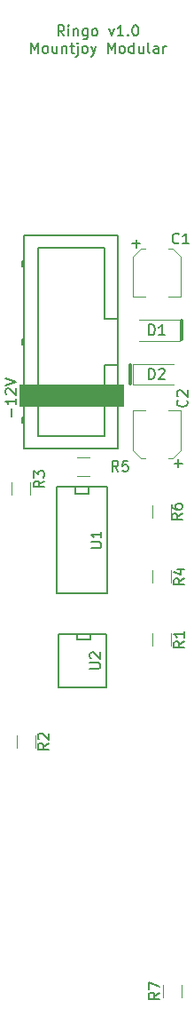
<source format=gbr>
G04 #@! TF.GenerationSoftware,KiCad,Pcbnew,(5.1.5)-3*
G04 #@! TF.CreationDate,2020-05-13T21:41:15+01:00*
G04 #@! TF.ProjectId,Ringo,52696e67-6f2e-46b6-9963-61645f706362,rev?*
G04 #@! TF.SameCoordinates,Original*
G04 #@! TF.FileFunction,Legend,Top*
G04 #@! TF.FilePolarity,Positive*
%FSLAX46Y46*%
G04 Gerber Fmt 4.6, Leading zero omitted, Abs format (unit mm)*
G04 Created by KiCad (PCBNEW (5.1.5)-3) date 2020-05-13 21:41:15*
%MOMM*%
%LPD*%
G04 APERTURE LIST*
%ADD10C,0.150000*%
%ADD11C,0.300000*%
%ADD12C,0.120000*%
%ADD13C,0.100000*%
G04 APERTURE END LIST*
D10*
X142161904Y-39427380D02*
X141828571Y-38951190D01*
X141590476Y-39427380D02*
X141590476Y-38427380D01*
X141971428Y-38427380D01*
X142066666Y-38475000D01*
X142114285Y-38522619D01*
X142161904Y-38617857D01*
X142161904Y-38760714D01*
X142114285Y-38855952D01*
X142066666Y-38903571D01*
X141971428Y-38951190D01*
X141590476Y-38951190D01*
X142590476Y-39427380D02*
X142590476Y-38760714D01*
X142590476Y-38427380D02*
X142542857Y-38475000D01*
X142590476Y-38522619D01*
X142638095Y-38475000D01*
X142590476Y-38427380D01*
X142590476Y-38522619D01*
X143066666Y-38760714D02*
X143066666Y-39427380D01*
X143066666Y-38855952D02*
X143114285Y-38808333D01*
X143209523Y-38760714D01*
X143352380Y-38760714D01*
X143447619Y-38808333D01*
X143495238Y-38903571D01*
X143495238Y-39427380D01*
X144400000Y-38760714D02*
X144400000Y-39570238D01*
X144352380Y-39665476D01*
X144304761Y-39713095D01*
X144209523Y-39760714D01*
X144066666Y-39760714D01*
X143971428Y-39713095D01*
X144400000Y-39379761D02*
X144304761Y-39427380D01*
X144114285Y-39427380D01*
X144019047Y-39379761D01*
X143971428Y-39332142D01*
X143923809Y-39236904D01*
X143923809Y-38951190D01*
X143971428Y-38855952D01*
X144019047Y-38808333D01*
X144114285Y-38760714D01*
X144304761Y-38760714D01*
X144400000Y-38808333D01*
X145019047Y-39427380D02*
X144923809Y-39379761D01*
X144876190Y-39332142D01*
X144828571Y-39236904D01*
X144828571Y-38951190D01*
X144876190Y-38855952D01*
X144923809Y-38808333D01*
X145019047Y-38760714D01*
X145161904Y-38760714D01*
X145257142Y-38808333D01*
X145304761Y-38855952D01*
X145352380Y-38951190D01*
X145352380Y-39236904D01*
X145304761Y-39332142D01*
X145257142Y-39379761D01*
X145161904Y-39427380D01*
X145019047Y-39427380D01*
X146447619Y-38760714D02*
X146685714Y-39427380D01*
X146923809Y-38760714D01*
X147828571Y-39427380D02*
X147257142Y-39427380D01*
X147542857Y-39427380D02*
X147542857Y-38427380D01*
X147447619Y-38570238D01*
X147352380Y-38665476D01*
X147257142Y-38713095D01*
X148257142Y-39332142D02*
X148304761Y-39379761D01*
X148257142Y-39427380D01*
X148209523Y-39379761D01*
X148257142Y-39332142D01*
X148257142Y-39427380D01*
X148923809Y-38427380D02*
X149019047Y-38427380D01*
X149114285Y-38475000D01*
X149161904Y-38522619D01*
X149209523Y-38617857D01*
X149257142Y-38808333D01*
X149257142Y-39046428D01*
X149209523Y-39236904D01*
X149161904Y-39332142D01*
X149114285Y-39379761D01*
X149019047Y-39427380D01*
X148923809Y-39427380D01*
X148828571Y-39379761D01*
X148780952Y-39332142D01*
X148733333Y-39236904D01*
X148685714Y-39046428D01*
X148685714Y-38808333D01*
X148733333Y-38617857D01*
X148780952Y-38522619D01*
X148828571Y-38475000D01*
X148923809Y-38427380D01*
X139019047Y-41077380D02*
X139019047Y-40077380D01*
X139352380Y-40791666D01*
X139685714Y-40077380D01*
X139685714Y-41077380D01*
X140304761Y-41077380D02*
X140209523Y-41029761D01*
X140161904Y-40982142D01*
X140114285Y-40886904D01*
X140114285Y-40601190D01*
X140161904Y-40505952D01*
X140209523Y-40458333D01*
X140304761Y-40410714D01*
X140447619Y-40410714D01*
X140542857Y-40458333D01*
X140590476Y-40505952D01*
X140638095Y-40601190D01*
X140638095Y-40886904D01*
X140590476Y-40982142D01*
X140542857Y-41029761D01*
X140447619Y-41077380D01*
X140304761Y-41077380D01*
X141495238Y-40410714D02*
X141495238Y-41077380D01*
X141066666Y-40410714D02*
X141066666Y-40934523D01*
X141114285Y-41029761D01*
X141209523Y-41077380D01*
X141352380Y-41077380D01*
X141447619Y-41029761D01*
X141495238Y-40982142D01*
X141971428Y-40410714D02*
X141971428Y-41077380D01*
X141971428Y-40505952D02*
X142019047Y-40458333D01*
X142114285Y-40410714D01*
X142257142Y-40410714D01*
X142352380Y-40458333D01*
X142400000Y-40553571D01*
X142400000Y-41077380D01*
X142733333Y-40410714D02*
X143114285Y-40410714D01*
X142876190Y-40077380D02*
X142876190Y-40934523D01*
X142923809Y-41029761D01*
X143019047Y-41077380D01*
X143114285Y-41077380D01*
X143447619Y-40410714D02*
X143447619Y-41267857D01*
X143400000Y-41363095D01*
X143304761Y-41410714D01*
X143257142Y-41410714D01*
X143447619Y-40077380D02*
X143400000Y-40125000D01*
X143447619Y-40172619D01*
X143495238Y-40125000D01*
X143447619Y-40077380D01*
X143447619Y-40172619D01*
X144066666Y-41077380D02*
X143971428Y-41029761D01*
X143923809Y-40982142D01*
X143876190Y-40886904D01*
X143876190Y-40601190D01*
X143923809Y-40505952D01*
X143971428Y-40458333D01*
X144066666Y-40410714D01*
X144209523Y-40410714D01*
X144304761Y-40458333D01*
X144352380Y-40505952D01*
X144400000Y-40601190D01*
X144400000Y-40886904D01*
X144352380Y-40982142D01*
X144304761Y-41029761D01*
X144209523Y-41077380D01*
X144066666Y-41077380D01*
X144733333Y-40410714D02*
X144971428Y-41077380D01*
X145209523Y-40410714D02*
X144971428Y-41077380D01*
X144876190Y-41315476D01*
X144828571Y-41363095D01*
X144733333Y-41410714D01*
X146352380Y-41077380D02*
X146352380Y-40077380D01*
X146685714Y-40791666D01*
X147019047Y-40077380D01*
X147019047Y-41077380D01*
X147638095Y-41077380D02*
X147542857Y-41029761D01*
X147495238Y-40982142D01*
X147447619Y-40886904D01*
X147447619Y-40601190D01*
X147495238Y-40505952D01*
X147542857Y-40458333D01*
X147638095Y-40410714D01*
X147780952Y-40410714D01*
X147876190Y-40458333D01*
X147923809Y-40505952D01*
X147971428Y-40601190D01*
X147971428Y-40886904D01*
X147923809Y-40982142D01*
X147876190Y-41029761D01*
X147780952Y-41077380D01*
X147638095Y-41077380D01*
X148828571Y-41077380D02*
X148828571Y-40077380D01*
X148828571Y-41029761D02*
X148733333Y-41077380D01*
X148542857Y-41077380D01*
X148447619Y-41029761D01*
X148400000Y-40982142D01*
X148352380Y-40886904D01*
X148352380Y-40601190D01*
X148400000Y-40505952D01*
X148447619Y-40458333D01*
X148542857Y-40410714D01*
X148733333Y-40410714D01*
X148828571Y-40458333D01*
X149733333Y-40410714D02*
X149733333Y-41077380D01*
X149304761Y-40410714D02*
X149304761Y-40934523D01*
X149352380Y-41029761D01*
X149447619Y-41077380D01*
X149590476Y-41077380D01*
X149685714Y-41029761D01*
X149733333Y-40982142D01*
X150352380Y-41077380D02*
X150257142Y-41029761D01*
X150209523Y-40934523D01*
X150209523Y-40077380D01*
X151161904Y-41077380D02*
X151161904Y-40553571D01*
X151114285Y-40458333D01*
X151019047Y-40410714D01*
X150828571Y-40410714D01*
X150733333Y-40458333D01*
X151161904Y-41029761D02*
X151066666Y-41077380D01*
X150828571Y-41077380D01*
X150733333Y-41029761D01*
X150685714Y-40934523D01*
X150685714Y-40839285D01*
X150733333Y-40744047D01*
X150828571Y-40696428D01*
X151066666Y-40696428D01*
X151161904Y-40648809D01*
X151638095Y-41077380D02*
X151638095Y-40410714D01*
X151638095Y-40601190D02*
X151685714Y-40505952D01*
X151733333Y-40458333D01*
X151828571Y-40410714D01*
X151923809Y-40410714D01*
D11*
X148500000Y-70800000D02*
X148500000Y-72600000D01*
X153400000Y-66600000D02*
X153400000Y-68400000D01*
D10*
X146186000Y-96460000D02*
X146186000Y-101540000D01*
X146186000Y-101540000D02*
X141614000Y-101540000D01*
X141614000Y-101540000D02*
X141614000Y-96460000D01*
X141614000Y-96460000D02*
X146186000Y-96460000D01*
X144662000Y-96460000D02*
X144662000Y-96968000D01*
X144662000Y-96968000D02*
X143392000Y-96968000D01*
X143392000Y-96968000D02*
X143392000Y-96460000D01*
X146286000Y-92580000D02*
X141460000Y-92580000D01*
X141460000Y-92580000D02*
X141460000Y-82420000D01*
X141460000Y-82420000D02*
X146286000Y-82420000D01*
X146286000Y-82420000D02*
X146286000Y-92580000D01*
X144508000Y-82420000D02*
X144508000Y-83055000D01*
X144508000Y-83055000D02*
X143238000Y-83055000D01*
X143238000Y-83055000D02*
X143238000Y-82420000D01*
D12*
X153380000Y-129900000D02*
X153380000Y-131100000D01*
X151620000Y-131100000D02*
X151620000Y-129900000D01*
X152380000Y-84200000D02*
X152380000Y-85400000D01*
X150620000Y-85400000D02*
X150620000Y-84200000D01*
X143400000Y-79620000D02*
X144600000Y-79620000D01*
X144600000Y-81380000D02*
X143400000Y-81380000D01*
X150620000Y-91600000D02*
X150620000Y-90400000D01*
X152380000Y-90400000D02*
X152380000Y-91600000D01*
X137120000Y-83200000D02*
X137120000Y-82000000D01*
X138880000Y-82000000D02*
X138880000Y-83200000D01*
X137620000Y-107300000D02*
X137620000Y-106100000D01*
X139380000Y-106100000D02*
X139380000Y-107300000D01*
X150620000Y-97600000D02*
X150620000Y-96400000D01*
X152380000Y-96400000D02*
X152380000Y-97600000D01*
D13*
G36*
X137900000Y-74700000D02*
G01*
X137900000Y-72700000D01*
X147800000Y-72700000D01*
X147800000Y-74700000D01*
X137900000Y-74700000D01*
G37*
X137900000Y-74700000D02*
X137900000Y-72700000D01*
X147800000Y-72700000D01*
X147800000Y-74700000D01*
X137900000Y-74700000D01*
D10*
X138260000Y-76350000D02*
X138260000Y-75850000D01*
X138160000Y-75850000D02*
X138360000Y-75850000D01*
X138160000Y-76350000D02*
X138160000Y-75850000D01*
X138360000Y-76350000D02*
X138160000Y-76350000D01*
X138260000Y-61390000D02*
X138260000Y-60890000D01*
X138160000Y-60890000D02*
X138360000Y-60890000D01*
X138160000Y-61390000D02*
X138160000Y-60890000D01*
X138360000Y-61390000D02*
X138160000Y-61390000D01*
X138260000Y-68870000D02*
X138260000Y-68370000D01*
X138160000Y-68370000D02*
X138360000Y-68370000D01*
X138160000Y-68870000D02*
X138160000Y-68370000D01*
X138360000Y-68870000D02*
X138160000Y-68870000D01*
X146000000Y-66395000D02*
X147300000Y-66395000D01*
X146000000Y-59670000D02*
X146000000Y-66395000D01*
X139660000Y-59670000D02*
X146000000Y-59670000D01*
X139660000Y-77570000D02*
X139660000Y-59670000D01*
X146000000Y-77570000D02*
X139660000Y-77570000D01*
X146000000Y-70845000D02*
X146000000Y-77570000D01*
X147300000Y-70845000D02*
X146000000Y-70845000D01*
X147300000Y-58470000D02*
X147300000Y-78770000D01*
X138360000Y-58470000D02*
X147300000Y-58470000D01*
X138360000Y-78770000D02*
X138360000Y-58470000D01*
X147300000Y-78770000D02*
X138360000Y-78770000D01*
D12*
X148750000Y-70700000D02*
X148750000Y-72700000D01*
X148750000Y-72700000D02*
X152650000Y-72700000D01*
X148750000Y-70700000D02*
X152650000Y-70700000D01*
X153250000Y-68500000D02*
X153250000Y-66500000D01*
X153250000Y-66500000D02*
X149350000Y-66500000D01*
X153250000Y-68500000D02*
X149350000Y-68500000D01*
X152520000Y-79690000D02*
X152120000Y-79690000D01*
X153290000Y-75110000D02*
X152120000Y-75110000D01*
X148710000Y-75110000D02*
X149880000Y-75110000D01*
X149480000Y-79690000D02*
X149880000Y-79690000D01*
X153290000Y-78920000D02*
X153290000Y-75110000D01*
X153290000Y-78920000D02*
X152520000Y-79690000D01*
X148710000Y-78920000D02*
X148710000Y-75110000D01*
X148710000Y-78920000D02*
X149480000Y-79690000D01*
X149480000Y-59710000D02*
X149880000Y-59710000D01*
X148710000Y-64290000D02*
X149880000Y-64290000D01*
X153290000Y-64290000D02*
X152120000Y-64290000D01*
X152520000Y-59710000D02*
X152120000Y-59710000D01*
X148710000Y-60480000D02*
X148710000Y-64290000D01*
X148710000Y-60480000D02*
X149480000Y-59710000D01*
X153290000Y-60480000D02*
X153290000Y-64290000D01*
X153290000Y-60480000D02*
X152520000Y-59710000D01*
D10*
X144622380Y-99761904D02*
X145431904Y-99761904D01*
X145527142Y-99714285D01*
X145574761Y-99666666D01*
X145622380Y-99571428D01*
X145622380Y-99380952D01*
X145574761Y-99285714D01*
X145527142Y-99238095D01*
X145431904Y-99190476D01*
X144622380Y-99190476D01*
X144717619Y-98761904D02*
X144670000Y-98714285D01*
X144622380Y-98619047D01*
X144622380Y-98380952D01*
X144670000Y-98285714D01*
X144717619Y-98238095D01*
X144812857Y-98190476D01*
X144908095Y-98190476D01*
X145050952Y-98238095D01*
X145622380Y-98809523D01*
X145622380Y-98190476D01*
X144722380Y-88261904D02*
X145531904Y-88261904D01*
X145627142Y-88214285D01*
X145674761Y-88166666D01*
X145722380Y-88071428D01*
X145722380Y-87880952D01*
X145674761Y-87785714D01*
X145627142Y-87738095D01*
X145531904Y-87690476D01*
X144722380Y-87690476D01*
X145722380Y-86690476D02*
X145722380Y-87261904D01*
X145722380Y-86976190D02*
X144722380Y-86976190D01*
X144865238Y-87071428D01*
X144960476Y-87166666D01*
X145008095Y-87261904D01*
X151252380Y-130666666D02*
X150776190Y-131000000D01*
X151252380Y-131238095D02*
X150252380Y-131238095D01*
X150252380Y-130857142D01*
X150300000Y-130761904D01*
X150347619Y-130714285D01*
X150442857Y-130666666D01*
X150585714Y-130666666D01*
X150680952Y-130714285D01*
X150728571Y-130761904D01*
X150776190Y-130857142D01*
X150776190Y-131238095D01*
X150252380Y-130333333D02*
X150252380Y-129666666D01*
X151252380Y-130095238D01*
X153452380Y-84966666D02*
X152976190Y-85300000D01*
X153452380Y-85538095D02*
X152452380Y-85538095D01*
X152452380Y-85157142D01*
X152500000Y-85061904D01*
X152547619Y-85014285D01*
X152642857Y-84966666D01*
X152785714Y-84966666D01*
X152880952Y-85014285D01*
X152928571Y-85061904D01*
X152976190Y-85157142D01*
X152976190Y-85538095D01*
X152452380Y-84109523D02*
X152452380Y-84300000D01*
X152500000Y-84395238D01*
X152547619Y-84442857D01*
X152690476Y-84538095D01*
X152880952Y-84585714D01*
X153261904Y-84585714D01*
X153357142Y-84538095D01*
X153404761Y-84490476D01*
X153452380Y-84395238D01*
X153452380Y-84204761D01*
X153404761Y-84109523D01*
X153357142Y-84061904D01*
X153261904Y-84014285D01*
X153023809Y-84014285D01*
X152928571Y-84061904D01*
X152880952Y-84109523D01*
X152833333Y-84204761D01*
X152833333Y-84395238D01*
X152880952Y-84490476D01*
X152928571Y-84538095D01*
X153023809Y-84585714D01*
X147333333Y-80952380D02*
X147000000Y-80476190D01*
X146761904Y-80952380D02*
X146761904Y-79952380D01*
X147142857Y-79952380D01*
X147238095Y-80000000D01*
X147285714Y-80047619D01*
X147333333Y-80142857D01*
X147333333Y-80285714D01*
X147285714Y-80380952D01*
X147238095Y-80428571D01*
X147142857Y-80476190D01*
X146761904Y-80476190D01*
X148238095Y-79952380D02*
X147761904Y-79952380D01*
X147714285Y-80428571D01*
X147761904Y-80380952D01*
X147857142Y-80333333D01*
X148095238Y-80333333D01*
X148190476Y-80380952D01*
X148238095Y-80428571D01*
X148285714Y-80523809D01*
X148285714Y-80761904D01*
X148238095Y-80857142D01*
X148190476Y-80904761D01*
X148095238Y-80952380D01*
X147857142Y-80952380D01*
X147761904Y-80904761D01*
X147714285Y-80857142D01*
X153652380Y-91166666D02*
X153176190Y-91500000D01*
X153652380Y-91738095D02*
X152652380Y-91738095D01*
X152652380Y-91357142D01*
X152700000Y-91261904D01*
X152747619Y-91214285D01*
X152842857Y-91166666D01*
X152985714Y-91166666D01*
X153080952Y-91214285D01*
X153128571Y-91261904D01*
X153176190Y-91357142D01*
X153176190Y-91738095D01*
X152985714Y-90309523D02*
X153652380Y-90309523D01*
X152604761Y-90547619D02*
X153319047Y-90785714D01*
X153319047Y-90166666D01*
X140252380Y-81866666D02*
X139776190Y-82200000D01*
X140252380Y-82438095D02*
X139252380Y-82438095D01*
X139252380Y-82057142D01*
X139300000Y-81961904D01*
X139347619Y-81914285D01*
X139442857Y-81866666D01*
X139585714Y-81866666D01*
X139680952Y-81914285D01*
X139728571Y-81961904D01*
X139776190Y-82057142D01*
X139776190Y-82438095D01*
X139252380Y-81533333D02*
X139252380Y-80914285D01*
X139633333Y-81247619D01*
X139633333Y-81104761D01*
X139680952Y-81009523D01*
X139728571Y-80961904D01*
X139823809Y-80914285D01*
X140061904Y-80914285D01*
X140157142Y-80961904D01*
X140204761Y-81009523D01*
X140252380Y-81104761D01*
X140252380Y-81390476D01*
X140204761Y-81485714D01*
X140157142Y-81533333D01*
X140652380Y-106866666D02*
X140176190Y-107200000D01*
X140652380Y-107438095D02*
X139652380Y-107438095D01*
X139652380Y-107057142D01*
X139700000Y-106961904D01*
X139747619Y-106914285D01*
X139842857Y-106866666D01*
X139985714Y-106866666D01*
X140080952Y-106914285D01*
X140128571Y-106961904D01*
X140176190Y-107057142D01*
X140176190Y-107438095D01*
X139747619Y-106485714D02*
X139700000Y-106438095D01*
X139652380Y-106342857D01*
X139652380Y-106104761D01*
X139700000Y-106009523D01*
X139747619Y-105961904D01*
X139842857Y-105914285D01*
X139938095Y-105914285D01*
X140080952Y-105961904D01*
X140652380Y-106533333D01*
X140652380Y-105914285D01*
X153652380Y-97166666D02*
X153176190Y-97500000D01*
X153652380Y-97738095D02*
X152652380Y-97738095D01*
X152652380Y-97357142D01*
X152700000Y-97261904D01*
X152747619Y-97214285D01*
X152842857Y-97166666D01*
X152985714Y-97166666D01*
X153080952Y-97214285D01*
X153128571Y-97261904D01*
X153176190Y-97357142D01*
X153176190Y-97738095D01*
X153652380Y-96214285D02*
X153652380Y-96785714D01*
X153652380Y-96500000D02*
X152652380Y-96500000D01*
X152795238Y-96595238D01*
X152890476Y-96690476D01*
X152938095Y-96785714D01*
X137171428Y-75761904D02*
X137171428Y-75000000D01*
X137552380Y-74000000D02*
X137552380Y-74571428D01*
X137552380Y-74285714D02*
X136552380Y-74285714D01*
X136695238Y-74380952D01*
X136790476Y-74476190D01*
X136838095Y-74571428D01*
X136647619Y-73619047D02*
X136600000Y-73571428D01*
X136552380Y-73476190D01*
X136552380Y-73238095D01*
X136600000Y-73142857D01*
X136647619Y-73095238D01*
X136742857Y-73047619D01*
X136838095Y-73047619D01*
X136980952Y-73095238D01*
X137552380Y-73666666D01*
X137552380Y-73047619D01*
X136552380Y-72761904D02*
X137552380Y-72428571D01*
X136552380Y-72095238D01*
X150261904Y-72152380D02*
X150261904Y-71152380D01*
X150500000Y-71152380D01*
X150642857Y-71200000D01*
X150738095Y-71295238D01*
X150785714Y-71390476D01*
X150833333Y-71580952D01*
X150833333Y-71723809D01*
X150785714Y-71914285D01*
X150738095Y-72009523D01*
X150642857Y-72104761D01*
X150500000Y-72152380D01*
X150261904Y-72152380D01*
X151214285Y-71247619D02*
X151261904Y-71200000D01*
X151357142Y-71152380D01*
X151595238Y-71152380D01*
X151690476Y-71200000D01*
X151738095Y-71247619D01*
X151785714Y-71342857D01*
X151785714Y-71438095D01*
X151738095Y-71580952D01*
X151166666Y-72152380D01*
X151785714Y-72152380D01*
X150261904Y-67952380D02*
X150261904Y-66952380D01*
X150500000Y-66952380D01*
X150642857Y-67000000D01*
X150738095Y-67095238D01*
X150785714Y-67190476D01*
X150833333Y-67380952D01*
X150833333Y-67523809D01*
X150785714Y-67714285D01*
X150738095Y-67809523D01*
X150642857Y-67904761D01*
X150500000Y-67952380D01*
X150261904Y-67952380D01*
X151785714Y-67952380D02*
X151214285Y-67952380D01*
X151500000Y-67952380D02*
X151500000Y-66952380D01*
X151404761Y-67095238D01*
X151309523Y-67190476D01*
X151214285Y-67238095D01*
X153857142Y-74166666D02*
X153904761Y-74214285D01*
X153952380Y-74357142D01*
X153952380Y-74452380D01*
X153904761Y-74595238D01*
X153809523Y-74690476D01*
X153714285Y-74738095D01*
X153523809Y-74785714D01*
X153380952Y-74785714D01*
X153190476Y-74738095D01*
X153095238Y-74690476D01*
X153000000Y-74595238D01*
X152952380Y-74452380D01*
X152952380Y-74357142D01*
X153000000Y-74214285D01*
X153047619Y-74166666D01*
X153047619Y-73785714D02*
X153000000Y-73738095D01*
X152952380Y-73642857D01*
X152952380Y-73404761D01*
X153000000Y-73309523D01*
X153047619Y-73261904D01*
X153142857Y-73214285D01*
X153238095Y-73214285D01*
X153380952Y-73261904D01*
X153952380Y-73833333D01*
X153952380Y-73214285D01*
X153081428Y-80560952D02*
X153081428Y-79799047D01*
X153462380Y-80180000D02*
X152700476Y-80180000D01*
X153133333Y-59157142D02*
X153085714Y-59204761D01*
X152942857Y-59252380D01*
X152847619Y-59252380D01*
X152704761Y-59204761D01*
X152609523Y-59109523D01*
X152561904Y-59014285D01*
X152514285Y-58823809D01*
X152514285Y-58680952D01*
X152561904Y-58490476D01*
X152609523Y-58395238D01*
X152704761Y-58300000D01*
X152847619Y-58252380D01*
X152942857Y-58252380D01*
X153085714Y-58300000D01*
X153133333Y-58347619D01*
X154085714Y-59252380D02*
X153514285Y-59252380D01*
X153800000Y-59252380D02*
X153800000Y-58252380D01*
X153704761Y-58395238D01*
X153609523Y-58490476D01*
X153514285Y-58538095D01*
X149061428Y-59600952D02*
X149061428Y-58839047D01*
X149442380Y-59220000D02*
X148680476Y-59220000D01*
M02*

</source>
